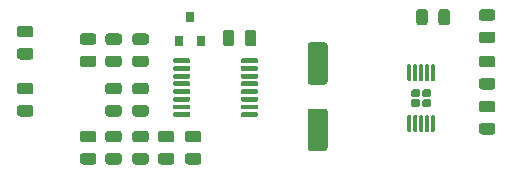
<source format=gbr>
%TF.GenerationSoftware,KiCad,Pcbnew,(5.1.6-0-10_14)*%
%TF.CreationDate,2021-08-04T10:25:44-07:00*%
%TF.ProjectId,Motor_Tester_DRV8830_Wing,4d6f746f-725f-4546-9573-7465725f4452,v00*%
%TF.SameCoordinates,Original*%
%TF.FileFunction,Paste,Top*%
%TF.FilePolarity,Positive*%
%FSLAX46Y46*%
G04 Gerber Fmt 4.6, Leading zero omitted, Abs format (unit mm)*
G04 Created by KiCad (PCBNEW (5.1.6-0-10_14)) date 2021-08-04 10:25:44*
%MOMM*%
%LPD*%
G01*
G04 APERTURE LIST*
%ADD10R,0.800000X0.900000*%
G04 APERTURE END LIST*
%TO.C,C5*%
G36*
G01*
X169366250Y-92992000D02*
X168453750Y-92992000D01*
G75*
G02*
X168210000Y-92748250I0J243750D01*
G01*
X168210000Y-92260750D01*
G75*
G02*
X168453750Y-92017000I243750J0D01*
G01*
X169366250Y-92017000D01*
G75*
G02*
X169610000Y-92260750I0J-243750D01*
G01*
X169610000Y-92748250D01*
G75*
G02*
X169366250Y-92992000I-243750J0D01*
G01*
G37*
G36*
G01*
X169366250Y-91117000D02*
X168453750Y-91117000D01*
G75*
G02*
X168210000Y-90873250I0J243750D01*
G01*
X168210000Y-90385750D01*
G75*
G02*
X168453750Y-90142000I243750J0D01*
G01*
X169366250Y-90142000D01*
G75*
G02*
X169610000Y-90385750I0J-243750D01*
G01*
X169610000Y-90873250D01*
G75*
G02*
X169366250Y-91117000I-243750J0D01*
G01*
G37*
%TD*%
%TO.C,C6*%
G36*
G01*
X168453750Y-84270000D02*
X169366250Y-84270000D01*
G75*
G02*
X169610000Y-84513750I0J-243750D01*
G01*
X169610000Y-85001250D01*
G75*
G02*
X169366250Y-85245000I-243750J0D01*
G01*
X168453750Y-85245000D01*
G75*
G02*
X168210000Y-85001250I0J243750D01*
G01*
X168210000Y-84513750D01*
G75*
G02*
X168453750Y-84270000I243750J0D01*
G01*
G37*
G36*
G01*
X168453750Y-82395000D02*
X169366250Y-82395000D01*
G75*
G02*
X169610000Y-82638750I0J-243750D01*
G01*
X169610000Y-83126250D01*
G75*
G02*
X169366250Y-83370000I-243750J0D01*
G01*
X168453750Y-83370000D01*
G75*
G02*
X168210000Y-83126250I0J243750D01*
G01*
X168210000Y-82638750D01*
G75*
G02*
X168453750Y-82395000I243750J0D01*
G01*
G37*
%TD*%
%TO.C,C7*%
G36*
G01*
X169366250Y-89182000D02*
X168453750Y-89182000D01*
G75*
G02*
X168210000Y-88938250I0J243750D01*
G01*
X168210000Y-88450750D01*
G75*
G02*
X168453750Y-88207000I243750J0D01*
G01*
X169366250Y-88207000D01*
G75*
G02*
X169610000Y-88450750I0J-243750D01*
G01*
X169610000Y-88938250D01*
G75*
G02*
X169366250Y-89182000I-243750J0D01*
G01*
G37*
G36*
G01*
X169366250Y-87307000D02*
X168453750Y-87307000D01*
G75*
G02*
X168210000Y-87063250I0J243750D01*
G01*
X168210000Y-86575750D01*
G75*
G02*
X168453750Y-86332000I243750J0D01*
G01*
X169366250Y-86332000D01*
G75*
G02*
X169610000Y-86575750I0J-243750D01*
G01*
X169610000Y-87063250D01*
G75*
G02*
X169366250Y-87307000I-243750J0D01*
G01*
G37*
%TD*%
%TO.C,C9*%
G36*
G01*
X140029250Y-95532000D02*
X139116750Y-95532000D01*
G75*
G02*
X138873000Y-95288250I0J243750D01*
G01*
X138873000Y-94800750D01*
G75*
G02*
X139116750Y-94557000I243750J0D01*
G01*
X140029250Y-94557000D01*
G75*
G02*
X140273000Y-94800750I0J-243750D01*
G01*
X140273000Y-95288250D01*
G75*
G02*
X140029250Y-95532000I-243750J0D01*
G01*
G37*
G36*
G01*
X140029250Y-93657000D02*
X139116750Y-93657000D01*
G75*
G02*
X138873000Y-93413250I0J243750D01*
G01*
X138873000Y-92925750D01*
G75*
G02*
X139116750Y-92682000I243750J0D01*
G01*
X140029250Y-92682000D01*
G75*
G02*
X140273000Y-92925750I0J-243750D01*
G01*
X140273000Y-93413250D01*
G75*
G02*
X140029250Y-93657000I-243750J0D01*
G01*
G37*
%TD*%
%TO.C,C10*%
G36*
G01*
X137743250Y-93657000D02*
X136830750Y-93657000D01*
G75*
G02*
X136587000Y-93413250I0J243750D01*
G01*
X136587000Y-92925750D01*
G75*
G02*
X136830750Y-92682000I243750J0D01*
G01*
X137743250Y-92682000D01*
G75*
G02*
X137987000Y-92925750I0J-243750D01*
G01*
X137987000Y-93413250D01*
G75*
G02*
X137743250Y-93657000I-243750J0D01*
G01*
G37*
G36*
G01*
X137743250Y-95532000D02*
X136830750Y-95532000D01*
G75*
G02*
X136587000Y-95288250I0J243750D01*
G01*
X136587000Y-94800750D01*
G75*
G02*
X136830750Y-94557000I243750J0D01*
G01*
X137743250Y-94557000D01*
G75*
G02*
X137987000Y-94800750I0J-243750D01*
G01*
X137987000Y-95288250D01*
G75*
G02*
X137743250Y-95532000I-243750J0D01*
G01*
G37*
%TD*%
D10*
%TO.C,Q1*%
X142814000Y-85074000D03*
X144714000Y-85074000D03*
X143764000Y-83074000D03*
%TD*%
%TO.C,R5*%
G36*
G01*
X134671750Y-92682000D02*
X135584250Y-92682000D01*
G75*
G02*
X135828000Y-92925750I0J-243750D01*
G01*
X135828000Y-93413250D01*
G75*
G02*
X135584250Y-93657000I-243750J0D01*
G01*
X134671750Y-93657000D01*
G75*
G02*
X134428000Y-93413250I0J243750D01*
G01*
X134428000Y-92925750D01*
G75*
G02*
X134671750Y-92682000I243750J0D01*
G01*
G37*
G36*
G01*
X134671750Y-94557000D02*
X135584250Y-94557000D01*
G75*
G02*
X135828000Y-94800750I0J-243750D01*
G01*
X135828000Y-95288250D01*
G75*
G02*
X135584250Y-95532000I-243750J0D01*
G01*
X134671750Y-95532000D01*
G75*
G02*
X134428000Y-95288250I0J243750D01*
G01*
X134428000Y-94800750D01*
G75*
G02*
X134671750Y-94557000I243750J0D01*
G01*
G37*
%TD*%
%TO.C,R6*%
G36*
G01*
X134671750Y-84427000D02*
X135584250Y-84427000D01*
G75*
G02*
X135828000Y-84670750I0J-243750D01*
G01*
X135828000Y-85158250D01*
G75*
G02*
X135584250Y-85402000I-243750J0D01*
G01*
X134671750Y-85402000D01*
G75*
G02*
X134428000Y-85158250I0J243750D01*
G01*
X134428000Y-84670750D01*
G75*
G02*
X134671750Y-84427000I243750J0D01*
G01*
G37*
G36*
G01*
X134671750Y-86302000D02*
X135584250Y-86302000D01*
G75*
G02*
X135828000Y-86545750I0J-243750D01*
G01*
X135828000Y-87033250D01*
G75*
G02*
X135584250Y-87277000I-243750J0D01*
G01*
X134671750Y-87277000D01*
G75*
G02*
X134428000Y-87033250I0J243750D01*
G01*
X134428000Y-86545750D01*
G75*
G02*
X134671750Y-86302000I243750J0D01*
G01*
G37*
%TD*%
%TO.C,U1*%
G36*
G01*
X142323000Y-86852000D02*
X142323000Y-86652000D01*
G75*
G02*
X142423000Y-86552000I100000J0D01*
G01*
X143698000Y-86552000D01*
G75*
G02*
X143798000Y-86652000I0J-100000D01*
G01*
X143798000Y-86852000D01*
G75*
G02*
X143698000Y-86952000I-100000J0D01*
G01*
X142423000Y-86952000D01*
G75*
G02*
X142323000Y-86852000I0J100000D01*
G01*
G37*
G36*
G01*
X142323000Y-87502000D02*
X142323000Y-87302000D01*
G75*
G02*
X142423000Y-87202000I100000J0D01*
G01*
X143698000Y-87202000D01*
G75*
G02*
X143798000Y-87302000I0J-100000D01*
G01*
X143798000Y-87502000D01*
G75*
G02*
X143698000Y-87602000I-100000J0D01*
G01*
X142423000Y-87602000D01*
G75*
G02*
X142323000Y-87502000I0J100000D01*
G01*
G37*
G36*
G01*
X142323000Y-88152000D02*
X142323000Y-87952000D01*
G75*
G02*
X142423000Y-87852000I100000J0D01*
G01*
X143698000Y-87852000D01*
G75*
G02*
X143798000Y-87952000I0J-100000D01*
G01*
X143798000Y-88152000D01*
G75*
G02*
X143698000Y-88252000I-100000J0D01*
G01*
X142423000Y-88252000D01*
G75*
G02*
X142323000Y-88152000I0J100000D01*
G01*
G37*
G36*
G01*
X142323000Y-88802000D02*
X142323000Y-88602000D01*
G75*
G02*
X142423000Y-88502000I100000J0D01*
G01*
X143698000Y-88502000D01*
G75*
G02*
X143798000Y-88602000I0J-100000D01*
G01*
X143798000Y-88802000D01*
G75*
G02*
X143698000Y-88902000I-100000J0D01*
G01*
X142423000Y-88902000D01*
G75*
G02*
X142323000Y-88802000I0J100000D01*
G01*
G37*
G36*
G01*
X142323000Y-89452000D02*
X142323000Y-89252000D01*
G75*
G02*
X142423000Y-89152000I100000J0D01*
G01*
X143698000Y-89152000D01*
G75*
G02*
X143798000Y-89252000I0J-100000D01*
G01*
X143798000Y-89452000D01*
G75*
G02*
X143698000Y-89552000I-100000J0D01*
G01*
X142423000Y-89552000D01*
G75*
G02*
X142323000Y-89452000I0J100000D01*
G01*
G37*
G36*
G01*
X142323000Y-90102000D02*
X142323000Y-89902000D01*
G75*
G02*
X142423000Y-89802000I100000J0D01*
G01*
X143698000Y-89802000D01*
G75*
G02*
X143798000Y-89902000I0J-100000D01*
G01*
X143798000Y-90102000D01*
G75*
G02*
X143698000Y-90202000I-100000J0D01*
G01*
X142423000Y-90202000D01*
G75*
G02*
X142323000Y-90102000I0J100000D01*
G01*
G37*
G36*
G01*
X142323000Y-90752000D02*
X142323000Y-90552000D01*
G75*
G02*
X142423000Y-90452000I100000J0D01*
G01*
X143698000Y-90452000D01*
G75*
G02*
X143798000Y-90552000I0J-100000D01*
G01*
X143798000Y-90752000D01*
G75*
G02*
X143698000Y-90852000I-100000J0D01*
G01*
X142423000Y-90852000D01*
G75*
G02*
X142323000Y-90752000I0J100000D01*
G01*
G37*
G36*
G01*
X142323000Y-91402000D02*
X142323000Y-91202000D01*
G75*
G02*
X142423000Y-91102000I100000J0D01*
G01*
X143698000Y-91102000D01*
G75*
G02*
X143798000Y-91202000I0J-100000D01*
G01*
X143798000Y-91402000D01*
G75*
G02*
X143698000Y-91502000I-100000J0D01*
G01*
X142423000Y-91502000D01*
G75*
G02*
X142323000Y-91402000I0J100000D01*
G01*
G37*
G36*
G01*
X148048000Y-91402000D02*
X148048000Y-91202000D01*
G75*
G02*
X148148000Y-91102000I100000J0D01*
G01*
X149423000Y-91102000D01*
G75*
G02*
X149523000Y-91202000I0J-100000D01*
G01*
X149523000Y-91402000D01*
G75*
G02*
X149423000Y-91502000I-100000J0D01*
G01*
X148148000Y-91502000D01*
G75*
G02*
X148048000Y-91402000I0J100000D01*
G01*
G37*
G36*
G01*
X148048000Y-90752000D02*
X148048000Y-90552000D01*
G75*
G02*
X148148000Y-90452000I100000J0D01*
G01*
X149423000Y-90452000D01*
G75*
G02*
X149523000Y-90552000I0J-100000D01*
G01*
X149523000Y-90752000D01*
G75*
G02*
X149423000Y-90852000I-100000J0D01*
G01*
X148148000Y-90852000D01*
G75*
G02*
X148048000Y-90752000I0J100000D01*
G01*
G37*
G36*
G01*
X148048000Y-90102000D02*
X148048000Y-89902000D01*
G75*
G02*
X148148000Y-89802000I100000J0D01*
G01*
X149423000Y-89802000D01*
G75*
G02*
X149523000Y-89902000I0J-100000D01*
G01*
X149523000Y-90102000D01*
G75*
G02*
X149423000Y-90202000I-100000J0D01*
G01*
X148148000Y-90202000D01*
G75*
G02*
X148048000Y-90102000I0J100000D01*
G01*
G37*
G36*
G01*
X148048000Y-89452000D02*
X148048000Y-89252000D01*
G75*
G02*
X148148000Y-89152000I100000J0D01*
G01*
X149423000Y-89152000D01*
G75*
G02*
X149523000Y-89252000I0J-100000D01*
G01*
X149523000Y-89452000D01*
G75*
G02*
X149423000Y-89552000I-100000J0D01*
G01*
X148148000Y-89552000D01*
G75*
G02*
X148048000Y-89452000I0J100000D01*
G01*
G37*
G36*
G01*
X148048000Y-88802000D02*
X148048000Y-88602000D01*
G75*
G02*
X148148000Y-88502000I100000J0D01*
G01*
X149423000Y-88502000D01*
G75*
G02*
X149523000Y-88602000I0J-100000D01*
G01*
X149523000Y-88802000D01*
G75*
G02*
X149423000Y-88902000I-100000J0D01*
G01*
X148148000Y-88902000D01*
G75*
G02*
X148048000Y-88802000I0J100000D01*
G01*
G37*
G36*
G01*
X148048000Y-88152000D02*
X148048000Y-87952000D01*
G75*
G02*
X148148000Y-87852000I100000J0D01*
G01*
X149423000Y-87852000D01*
G75*
G02*
X149523000Y-87952000I0J-100000D01*
G01*
X149523000Y-88152000D01*
G75*
G02*
X149423000Y-88252000I-100000J0D01*
G01*
X148148000Y-88252000D01*
G75*
G02*
X148048000Y-88152000I0J100000D01*
G01*
G37*
G36*
G01*
X148048000Y-87502000D02*
X148048000Y-87302000D01*
G75*
G02*
X148148000Y-87202000I100000J0D01*
G01*
X149423000Y-87202000D01*
G75*
G02*
X149523000Y-87302000I0J-100000D01*
G01*
X149523000Y-87502000D01*
G75*
G02*
X149423000Y-87602000I-100000J0D01*
G01*
X148148000Y-87602000D01*
G75*
G02*
X148048000Y-87502000I0J100000D01*
G01*
G37*
G36*
G01*
X148048000Y-86852000D02*
X148048000Y-86652000D01*
G75*
G02*
X148148000Y-86552000I100000J0D01*
G01*
X149423000Y-86552000D01*
G75*
G02*
X149523000Y-86652000I0J-100000D01*
G01*
X149523000Y-86852000D01*
G75*
G02*
X149423000Y-86952000I-100000J0D01*
G01*
X148148000Y-86952000D01*
G75*
G02*
X148048000Y-86852000I0J100000D01*
G01*
G37*
%TD*%
%TO.C,C1*%
G36*
G01*
X137743250Y-87277000D02*
X136830750Y-87277000D01*
G75*
G02*
X136587000Y-87033250I0J243750D01*
G01*
X136587000Y-86545750D01*
G75*
G02*
X136830750Y-86302000I243750J0D01*
G01*
X137743250Y-86302000D01*
G75*
G02*
X137987000Y-86545750I0J-243750D01*
G01*
X137987000Y-87033250D01*
G75*
G02*
X137743250Y-87277000I-243750J0D01*
G01*
G37*
G36*
G01*
X137743250Y-85402000D02*
X136830750Y-85402000D01*
G75*
G02*
X136587000Y-85158250I0J243750D01*
G01*
X136587000Y-84670750D01*
G75*
G02*
X136830750Y-84427000I243750J0D01*
G01*
X137743250Y-84427000D01*
G75*
G02*
X137987000Y-84670750I0J-243750D01*
G01*
X137987000Y-85158250D01*
G75*
G02*
X137743250Y-85402000I-243750J0D01*
G01*
G37*
%TD*%
%TO.C,C2*%
G36*
G01*
X140029250Y-85402000D02*
X139116750Y-85402000D01*
G75*
G02*
X138873000Y-85158250I0J243750D01*
G01*
X138873000Y-84670750D01*
G75*
G02*
X139116750Y-84427000I243750J0D01*
G01*
X140029250Y-84427000D01*
G75*
G02*
X140273000Y-84670750I0J-243750D01*
G01*
X140273000Y-85158250D01*
G75*
G02*
X140029250Y-85402000I-243750J0D01*
G01*
G37*
G36*
G01*
X140029250Y-87277000D02*
X139116750Y-87277000D01*
G75*
G02*
X138873000Y-87033250I0J243750D01*
G01*
X138873000Y-86545750D01*
G75*
G02*
X139116750Y-86302000I243750J0D01*
G01*
X140029250Y-86302000D01*
G75*
G02*
X140273000Y-86545750I0J-243750D01*
G01*
X140273000Y-87033250D01*
G75*
G02*
X140029250Y-87277000I-243750J0D01*
G01*
G37*
%TD*%
%TO.C,C4*%
G36*
G01*
X146530000Y-85292250D02*
X146530000Y-84379750D01*
G75*
G02*
X146773750Y-84136000I243750J0D01*
G01*
X147261250Y-84136000D01*
G75*
G02*
X147505000Y-84379750I0J-243750D01*
G01*
X147505000Y-85292250D01*
G75*
G02*
X147261250Y-85536000I-243750J0D01*
G01*
X146773750Y-85536000D01*
G75*
G02*
X146530000Y-85292250I0J243750D01*
G01*
G37*
G36*
G01*
X148405000Y-85292250D02*
X148405000Y-84379750D01*
G75*
G02*
X148648750Y-84136000I243750J0D01*
G01*
X149136250Y-84136000D01*
G75*
G02*
X149380000Y-84379750I0J-243750D01*
G01*
X149380000Y-85292250D01*
G75*
G02*
X149136250Y-85536000I-243750J0D01*
G01*
X148648750Y-85536000D01*
G75*
G02*
X148405000Y-85292250I0J243750D01*
G01*
G37*
%TD*%
%TO.C,D1*%
G36*
G01*
X129337750Y-88618000D02*
X130250250Y-88618000D01*
G75*
G02*
X130494000Y-88861750I0J-243750D01*
G01*
X130494000Y-89349250D01*
G75*
G02*
X130250250Y-89593000I-243750J0D01*
G01*
X129337750Y-89593000D01*
G75*
G02*
X129094000Y-89349250I0J243750D01*
G01*
X129094000Y-88861750D01*
G75*
G02*
X129337750Y-88618000I243750J0D01*
G01*
G37*
G36*
G01*
X129337750Y-90493000D02*
X130250250Y-90493000D01*
G75*
G02*
X130494000Y-90736750I0J-243750D01*
G01*
X130494000Y-91224250D01*
G75*
G02*
X130250250Y-91468000I-243750J0D01*
G01*
X129337750Y-91468000D01*
G75*
G02*
X129094000Y-91224250I0J243750D01*
G01*
X129094000Y-90736750D01*
G75*
G02*
X129337750Y-90493000I243750J0D01*
G01*
G37*
%TD*%
%TO.C,D2*%
G36*
G01*
X130250250Y-84767000D02*
X129337750Y-84767000D01*
G75*
G02*
X129094000Y-84523250I0J243750D01*
G01*
X129094000Y-84035750D01*
G75*
G02*
X129337750Y-83792000I243750J0D01*
G01*
X130250250Y-83792000D01*
G75*
G02*
X130494000Y-84035750I0J-243750D01*
G01*
X130494000Y-84523250D01*
G75*
G02*
X130250250Y-84767000I-243750J0D01*
G01*
G37*
G36*
G01*
X130250250Y-86642000D02*
X129337750Y-86642000D01*
G75*
G02*
X129094000Y-86398250I0J243750D01*
G01*
X129094000Y-85910750D01*
G75*
G02*
X129337750Y-85667000I243750J0D01*
G01*
X130250250Y-85667000D01*
G75*
G02*
X130494000Y-85910750I0J-243750D01*
G01*
X130494000Y-86398250D01*
G75*
G02*
X130250250Y-86642000I-243750J0D01*
G01*
G37*
%TD*%
%TO.C,R1*%
G36*
G01*
X137743250Y-89593000D02*
X136830750Y-89593000D01*
G75*
G02*
X136587000Y-89349250I0J243750D01*
G01*
X136587000Y-88861750D01*
G75*
G02*
X136830750Y-88618000I243750J0D01*
G01*
X137743250Y-88618000D01*
G75*
G02*
X137987000Y-88861750I0J-243750D01*
G01*
X137987000Y-89349250D01*
G75*
G02*
X137743250Y-89593000I-243750J0D01*
G01*
G37*
G36*
G01*
X137743250Y-91468000D02*
X136830750Y-91468000D01*
G75*
G02*
X136587000Y-91224250I0J243750D01*
G01*
X136587000Y-90736750D01*
G75*
G02*
X136830750Y-90493000I243750J0D01*
G01*
X137743250Y-90493000D01*
G75*
G02*
X137987000Y-90736750I0J-243750D01*
G01*
X137987000Y-91224250D01*
G75*
G02*
X137743250Y-91468000I-243750J0D01*
G01*
G37*
%TD*%
%TO.C,R2*%
G36*
G01*
X140029250Y-91468000D02*
X139116750Y-91468000D01*
G75*
G02*
X138873000Y-91224250I0J243750D01*
G01*
X138873000Y-90736750D01*
G75*
G02*
X139116750Y-90493000I243750J0D01*
G01*
X140029250Y-90493000D01*
G75*
G02*
X140273000Y-90736750I0J-243750D01*
G01*
X140273000Y-91224250D01*
G75*
G02*
X140029250Y-91468000I-243750J0D01*
G01*
G37*
G36*
G01*
X140029250Y-89593000D02*
X139116750Y-89593000D01*
G75*
G02*
X138873000Y-89349250I0J243750D01*
G01*
X138873000Y-88861750D01*
G75*
G02*
X139116750Y-88618000I243750J0D01*
G01*
X140029250Y-88618000D01*
G75*
G02*
X140273000Y-88861750I0J-243750D01*
G01*
X140273000Y-89349250D01*
G75*
G02*
X140029250Y-89593000I-243750J0D01*
G01*
G37*
%TD*%
%TO.C,R3*%
G36*
G01*
X143561750Y-94557000D02*
X144474250Y-94557000D01*
G75*
G02*
X144718000Y-94800750I0J-243750D01*
G01*
X144718000Y-95288250D01*
G75*
G02*
X144474250Y-95532000I-243750J0D01*
G01*
X143561750Y-95532000D01*
G75*
G02*
X143318000Y-95288250I0J243750D01*
G01*
X143318000Y-94800750D01*
G75*
G02*
X143561750Y-94557000I243750J0D01*
G01*
G37*
G36*
G01*
X143561750Y-92682000D02*
X144474250Y-92682000D01*
G75*
G02*
X144718000Y-92925750I0J-243750D01*
G01*
X144718000Y-93413250D01*
G75*
G02*
X144474250Y-93657000I-243750J0D01*
G01*
X143561750Y-93657000D01*
G75*
G02*
X143318000Y-93413250I0J243750D01*
G01*
X143318000Y-92925750D01*
G75*
G02*
X143561750Y-92682000I243750J0D01*
G01*
G37*
%TD*%
%TO.C,R4*%
G36*
G01*
X141275750Y-92682000D02*
X142188250Y-92682000D01*
G75*
G02*
X142432000Y-92925750I0J-243750D01*
G01*
X142432000Y-93413250D01*
G75*
G02*
X142188250Y-93657000I-243750J0D01*
G01*
X141275750Y-93657000D01*
G75*
G02*
X141032000Y-93413250I0J243750D01*
G01*
X141032000Y-92925750D01*
G75*
G02*
X141275750Y-92682000I243750J0D01*
G01*
G37*
G36*
G01*
X141275750Y-94557000D02*
X142188250Y-94557000D01*
G75*
G02*
X142432000Y-94800750I0J-243750D01*
G01*
X142432000Y-95288250D01*
G75*
G02*
X142188250Y-95532000I-243750J0D01*
G01*
X141275750Y-95532000D01*
G75*
G02*
X141032000Y-95288250I0J243750D01*
G01*
X141032000Y-94800750D01*
G75*
G02*
X141275750Y-94557000I243750J0D01*
G01*
G37*
%TD*%
%TO.C,C3*%
G36*
G01*
X153974200Y-85189000D02*
X155143800Y-85189000D01*
G75*
G02*
X155409000Y-85454200I0J-265200D01*
G01*
X155409000Y-88523800D01*
G75*
G02*
X155143800Y-88789000I-265200J0D01*
G01*
X153974200Y-88789000D01*
G75*
G02*
X153709000Y-88523800I0J265200D01*
G01*
X153709000Y-85454200D01*
G75*
G02*
X153974200Y-85189000I265200J0D01*
G01*
G37*
G36*
G01*
X153974200Y-90789000D02*
X155143800Y-90789000D01*
G75*
G02*
X155409000Y-91054200I0J-265200D01*
G01*
X155409000Y-94123800D01*
G75*
G02*
X155143800Y-94389000I-265200J0D01*
G01*
X153974200Y-94389000D01*
G75*
G02*
X153709000Y-94123800I0J265200D01*
G01*
X153709000Y-91054200D01*
G75*
G02*
X153974200Y-90789000I265200J0D01*
G01*
G37*
%TD*%
%TO.C,R7*%
G36*
G01*
X162913000Y-83514250D02*
X162913000Y-82601750D01*
G75*
G02*
X163156750Y-82358000I243750J0D01*
G01*
X163644250Y-82358000D01*
G75*
G02*
X163888000Y-82601750I0J-243750D01*
G01*
X163888000Y-83514250D01*
G75*
G02*
X163644250Y-83758000I-243750J0D01*
G01*
X163156750Y-83758000D01*
G75*
G02*
X162913000Y-83514250I0J243750D01*
G01*
G37*
G36*
G01*
X164788000Y-83514250D02*
X164788000Y-82601750D01*
G75*
G02*
X165031750Y-82358000I243750J0D01*
G01*
X165519250Y-82358000D01*
G75*
G02*
X165763000Y-82601750I0J-243750D01*
G01*
X165763000Y-83514250D01*
G75*
G02*
X165519250Y-83758000I-243750J0D01*
G01*
X165031750Y-83758000D01*
G75*
G02*
X164788000Y-83514250I0J243750D01*
G01*
G37*
%TD*%
%TO.C,U2*%
G36*
G01*
X164247000Y-87041000D02*
X164397000Y-87041000D01*
G75*
G02*
X164472000Y-87116000I0J-75000D01*
G01*
X164472000Y-88416000D01*
G75*
G02*
X164397000Y-88491000I-75000J0D01*
G01*
X164247000Y-88491000D01*
G75*
G02*
X164172000Y-88416000I0J75000D01*
G01*
X164172000Y-87116000D01*
G75*
G02*
X164247000Y-87041000I75000J0D01*
G01*
G37*
G36*
G01*
X163747000Y-87041000D02*
X163897000Y-87041000D01*
G75*
G02*
X163972000Y-87116000I0J-75000D01*
G01*
X163972000Y-88416000D01*
G75*
G02*
X163897000Y-88491000I-75000J0D01*
G01*
X163747000Y-88491000D01*
G75*
G02*
X163672000Y-88416000I0J75000D01*
G01*
X163672000Y-87116000D01*
G75*
G02*
X163747000Y-87041000I75000J0D01*
G01*
G37*
G36*
G01*
X163247000Y-87041000D02*
X163397000Y-87041000D01*
G75*
G02*
X163472000Y-87116000I0J-75000D01*
G01*
X163472000Y-88416000D01*
G75*
G02*
X163397000Y-88491000I-75000J0D01*
G01*
X163247000Y-88491000D01*
G75*
G02*
X163172000Y-88416000I0J75000D01*
G01*
X163172000Y-87116000D01*
G75*
G02*
X163247000Y-87041000I75000J0D01*
G01*
G37*
G36*
G01*
X162747000Y-87041000D02*
X162897000Y-87041000D01*
G75*
G02*
X162972000Y-87116000I0J-75000D01*
G01*
X162972000Y-88416000D01*
G75*
G02*
X162897000Y-88491000I-75000J0D01*
G01*
X162747000Y-88491000D01*
G75*
G02*
X162672000Y-88416000I0J75000D01*
G01*
X162672000Y-87116000D01*
G75*
G02*
X162747000Y-87041000I75000J0D01*
G01*
G37*
G36*
G01*
X162247000Y-87041000D02*
X162397000Y-87041000D01*
G75*
G02*
X162472000Y-87116000I0J-75000D01*
G01*
X162472000Y-88416000D01*
G75*
G02*
X162397000Y-88491000I-75000J0D01*
G01*
X162247000Y-88491000D01*
G75*
G02*
X162172000Y-88416000I0J75000D01*
G01*
X162172000Y-87116000D01*
G75*
G02*
X162247000Y-87041000I75000J0D01*
G01*
G37*
G36*
G01*
X162247000Y-91341000D02*
X162397000Y-91341000D01*
G75*
G02*
X162472000Y-91416000I0J-75000D01*
G01*
X162472000Y-92716000D01*
G75*
G02*
X162397000Y-92791000I-75000J0D01*
G01*
X162247000Y-92791000D01*
G75*
G02*
X162172000Y-92716000I0J75000D01*
G01*
X162172000Y-91416000D01*
G75*
G02*
X162247000Y-91341000I75000J0D01*
G01*
G37*
G36*
G01*
X162747000Y-91341000D02*
X162897000Y-91341000D01*
G75*
G02*
X162972000Y-91416000I0J-75000D01*
G01*
X162972000Y-92716000D01*
G75*
G02*
X162897000Y-92791000I-75000J0D01*
G01*
X162747000Y-92791000D01*
G75*
G02*
X162672000Y-92716000I0J75000D01*
G01*
X162672000Y-91416000D01*
G75*
G02*
X162747000Y-91341000I75000J0D01*
G01*
G37*
G36*
G01*
X163247000Y-91341000D02*
X163397000Y-91341000D01*
G75*
G02*
X163472000Y-91416000I0J-75000D01*
G01*
X163472000Y-92716000D01*
G75*
G02*
X163397000Y-92791000I-75000J0D01*
G01*
X163247000Y-92791000D01*
G75*
G02*
X163172000Y-92716000I0J75000D01*
G01*
X163172000Y-91416000D01*
G75*
G02*
X163247000Y-91341000I75000J0D01*
G01*
G37*
G36*
G01*
X163747000Y-91341000D02*
X163897000Y-91341000D01*
G75*
G02*
X163972000Y-91416000I0J-75000D01*
G01*
X163972000Y-92716000D01*
G75*
G02*
X163897000Y-92791000I-75000J0D01*
G01*
X163747000Y-92791000D01*
G75*
G02*
X163672000Y-92716000I0J75000D01*
G01*
X163672000Y-91416000D01*
G75*
G02*
X163747000Y-91341000I75000J0D01*
G01*
G37*
G36*
G01*
X164247000Y-91341000D02*
X164397000Y-91341000D01*
G75*
G02*
X164472000Y-91416000I0J-75000D01*
G01*
X164472000Y-92716000D01*
G75*
G02*
X164397000Y-92791000I-75000J0D01*
G01*
X164247000Y-92791000D01*
G75*
G02*
X164172000Y-92716000I0J75000D01*
G01*
X164172000Y-91416000D01*
G75*
G02*
X164247000Y-91341000I75000J0D01*
G01*
G37*
G36*
G01*
X163572000Y-89146000D02*
X164012000Y-89146000D01*
G75*
G02*
X164187000Y-89321000I0J-175000D01*
G01*
X164187000Y-89671000D01*
G75*
G02*
X164012000Y-89846000I-175000J0D01*
G01*
X163572000Y-89846000D01*
G75*
G02*
X163397000Y-89671000I0J175000D01*
G01*
X163397000Y-89321000D01*
G75*
G02*
X163572000Y-89146000I175000J0D01*
G01*
G37*
G36*
G01*
X162632000Y-89146000D02*
X163072000Y-89146000D01*
G75*
G02*
X163247000Y-89321000I0J-175000D01*
G01*
X163247000Y-89671000D01*
G75*
G02*
X163072000Y-89846000I-175000J0D01*
G01*
X162632000Y-89846000D01*
G75*
G02*
X162457000Y-89671000I0J175000D01*
G01*
X162457000Y-89321000D01*
G75*
G02*
X162632000Y-89146000I175000J0D01*
G01*
G37*
G36*
G01*
X163572000Y-89986000D02*
X164012000Y-89986000D01*
G75*
G02*
X164187000Y-90161000I0J-175000D01*
G01*
X164187000Y-90511000D01*
G75*
G02*
X164012000Y-90686000I-175000J0D01*
G01*
X163572000Y-90686000D01*
G75*
G02*
X163397000Y-90511000I0J175000D01*
G01*
X163397000Y-90161000D01*
G75*
G02*
X163572000Y-89986000I175000J0D01*
G01*
G37*
G36*
G01*
X162632000Y-89986000D02*
X163072000Y-89986000D01*
G75*
G02*
X163247000Y-90161000I0J-175000D01*
G01*
X163247000Y-90511000D01*
G75*
G02*
X163072000Y-90686000I-175000J0D01*
G01*
X162632000Y-90686000D01*
G75*
G02*
X162457000Y-90511000I0J175000D01*
G01*
X162457000Y-90161000D01*
G75*
G02*
X162632000Y-89986000I175000J0D01*
G01*
G37*
%TD*%
M02*

</source>
